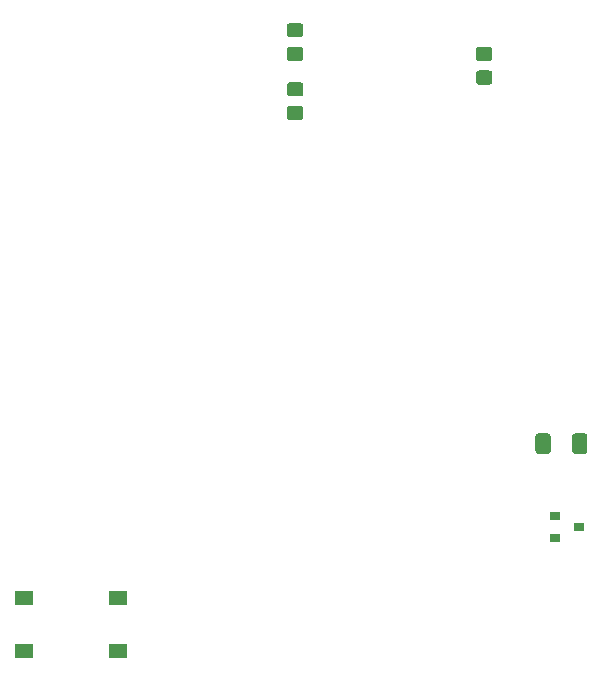
<source format=gbr>
%TF.GenerationSoftware,KiCad,Pcbnew,(5.1.8-0-10_14)*%
%TF.CreationDate,2020-12-10T20:15:51+01:00*%
%TF.ProjectId,tiny-12V-programmer,74696e79-2d31-4325-962d-70726f677261,rev?*%
%TF.SameCoordinates,Original*%
%TF.FileFunction,Paste,Top*%
%TF.FilePolarity,Positive*%
%FSLAX46Y46*%
G04 Gerber Fmt 4.6, Leading zero omitted, Abs format (unit mm)*
G04 Created by KiCad (PCBNEW (5.1.8-0-10_14)) date 2020-12-10 20:15:51*
%MOMM*%
%LPD*%
G01*
G04 APERTURE LIST*
%ADD10R,1.550000X1.300000*%
%ADD11R,0.900000X0.800000*%
G04 APERTURE END LIST*
D10*
%TO.C,SW1*%
X87975000Y-106570000D03*
X87975000Y-102070000D03*
X80025000Y-102070000D03*
X80025000Y-106570000D03*
%TD*%
%TO.C,R5*%
G36*
G01*
X126450000Y-89625000D02*
X126450000Y-88375000D01*
G75*
G02*
X126700000Y-88125000I250000J0D01*
G01*
X127500000Y-88125000D01*
G75*
G02*
X127750000Y-88375000I0J-250000D01*
G01*
X127750000Y-89625000D01*
G75*
G02*
X127500000Y-89875000I-250000J0D01*
G01*
X126700000Y-89875000D01*
G75*
G02*
X126450000Y-89625000I0J250000D01*
G01*
G37*
G36*
G01*
X123350000Y-89625000D02*
X123350000Y-88375000D01*
G75*
G02*
X123600000Y-88125000I250000J0D01*
G01*
X124400000Y-88125000D01*
G75*
G02*
X124650000Y-88375000I0J-250000D01*
G01*
X124650000Y-89625000D01*
G75*
G02*
X124400000Y-89875000I-250000J0D01*
G01*
X123600000Y-89875000D01*
G75*
G02*
X123350000Y-89625000I0J250000D01*
G01*
G37*
%TD*%
%TO.C,R4*%
G36*
G01*
X103450001Y-59600000D02*
X102549999Y-59600000D01*
G75*
G02*
X102300000Y-59350001I0J249999D01*
G01*
X102300000Y-58649999D01*
G75*
G02*
X102549999Y-58400000I249999J0D01*
G01*
X103450001Y-58400000D01*
G75*
G02*
X103700000Y-58649999I0J-249999D01*
G01*
X103700000Y-59350001D01*
G75*
G02*
X103450001Y-59600000I-249999J0D01*
G01*
G37*
G36*
G01*
X103450001Y-61600000D02*
X102549999Y-61600000D01*
G75*
G02*
X102300000Y-61350001I0J249999D01*
G01*
X102300000Y-60649999D01*
G75*
G02*
X102549999Y-60400000I249999J0D01*
G01*
X103450001Y-60400000D01*
G75*
G02*
X103700000Y-60649999I0J-249999D01*
G01*
X103700000Y-61350001D01*
G75*
G02*
X103450001Y-61600000I-249999J0D01*
G01*
G37*
%TD*%
%TO.C,R2*%
G36*
G01*
X118549999Y-57400000D02*
X119450001Y-57400000D01*
G75*
G02*
X119700000Y-57649999I0J-249999D01*
G01*
X119700000Y-58350001D01*
G75*
G02*
X119450001Y-58600000I-249999J0D01*
G01*
X118549999Y-58600000D01*
G75*
G02*
X118300000Y-58350001I0J249999D01*
G01*
X118300000Y-57649999D01*
G75*
G02*
X118549999Y-57400000I249999J0D01*
G01*
G37*
G36*
G01*
X118549999Y-55400000D02*
X119450001Y-55400000D01*
G75*
G02*
X119700000Y-55649999I0J-249999D01*
G01*
X119700000Y-56350001D01*
G75*
G02*
X119450001Y-56600000I-249999J0D01*
G01*
X118549999Y-56600000D01*
G75*
G02*
X118300000Y-56350001I0J249999D01*
G01*
X118300000Y-55649999D01*
G75*
G02*
X118549999Y-55400000I249999J0D01*
G01*
G37*
%TD*%
%TO.C,R1*%
G36*
G01*
X102549999Y-55400000D02*
X103450001Y-55400000D01*
G75*
G02*
X103700000Y-55649999I0J-249999D01*
G01*
X103700000Y-56350001D01*
G75*
G02*
X103450001Y-56600000I-249999J0D01*
G01*
X102549999Y-56600000D01*
G75*
G02*
X102300000Y-56350001I0J249999D01*
G01*
X102300000Y-55649999D01*
G75*
G02*
X102549999Y-55400000I249999J0D01*
G01*
G37*
G36*
G01*
X102549999Y-53400000D02*
X103450001Y-53400000D01*
G75*
G02*
X103700000Y-53649999I0J-249999D01*
G01*
X103700000Y-54350001D01*
G75*
G02*
X103450001Y-54600000I-249999J0D01*
G01*
X102549999Y-54600000D01*
G75*
G02*
X102300000Y-54350001I0J249999D01*
G01*
X102300000Y-53649999D01*
G75*
G02*
X102549999Y-53400000I249999J0D01*
G01*
G37*
%TD*%
D11*
%TO.C,D1*%
X127000000Y-96050000D03*
X125000000Y-97000000D03*
X125000000Y-95100000D03*
%TD*%
M02*

</source>
